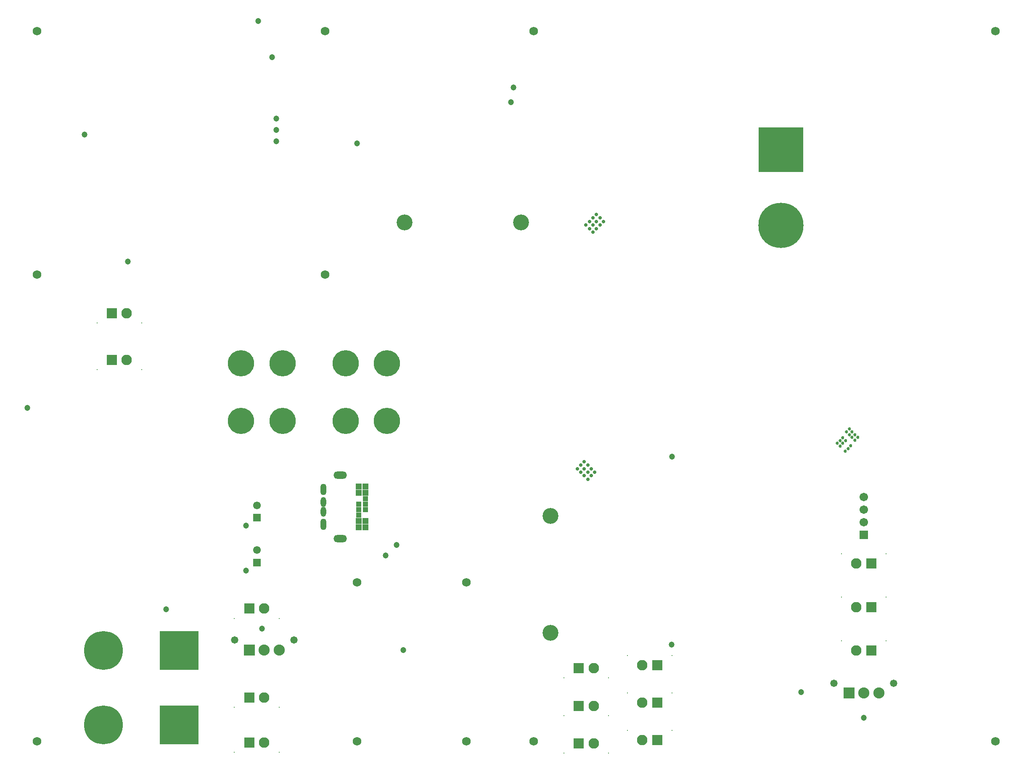
<source format=gbr>
G04*
G04 #@! TF.GenerationSoftware,Altium Limited,Altium Designer,22.4.2 (48)*
G04*
G04 Layer_Color=16711935*
%FSLAX25Y25*%
%MOIN*%
G70*
G04*
G04 #@! TF.SameCoordinates,ADF7678F-E04A-471E-9A80-21D1EAF96518*
G04*
G04*
G04 #@! TF.FilePolarity,Negative*
G04*
G01*
G75*
%ADD86C,0.04737*%
%ADD87C,0.12611*%
%ADD88C,0.02473*%
%ADD89R,0.30800X0.30800*%
%ADD90C,0.30800*%
%ADD91C,0.00800*%
%ADD92C,0.08300*%
%ADD93R,0.08300X0.08300*%
%ADD94C,0.35800*%
%ADD95R,0.35800X0.35800*%
%ADD96C,0.20800*%
%ADD97C,0.06800*%
%ADD98O,0.04934X0.09068*%
%ADD99R,0.04737X0.04737*%
%ADD100R,0.04147X0.04147*%
%ADD101O,0.04343X0.07887*%
%ADD102O,0.10642X0.05721*%
%ADD103C,0.05800*%
%ADD104C,0.08800*%
%ADD105R,0.08800X0.08800*%
%ADD106C,0.04724*%
%ADD107C,0.06102*%
%ADD108R,0.06102X0.06102*%
%ADD109R,0.06706X0.06706*%
%ADD110C,0.06706*%
%ADD111C,0.02769*%
D86*
X269685Y487795D02*
D03*
X205512Y489370D02*
D03*
Y507480D02*
D03*
Y498425D02*
D03*
X191339Y584646D02*
D03*
X202362Y555905D02*
D03*
X391732Y520472D02*
D03*
X393701Y531890D02*
D03*
X8268Y277953D02*
D03*
X118110Y118504D02*
D03*
X671260Y32283D02*
D03*
X300787Y169291D02*
D03*
X194095Y103150D02*
D03*
X292126Y161024D02*
D03*
X519291Y239370D02*
D03*
X518898Y90551D02*
D03*
X87795Y394094D02*
D03*
X53543Y494882D02*
D03*
X621654Y52756D02*
D03*
X306299Y86221D02*
D03*
D87*
X307087Y425197D02*
D03*
X399606D02*
D03*
X422835Y192323D02*
D03*
Y99803D02*
D03*
D88*
X656594Y243576D02*
D03*
X658821Y245803D02*
D03*
X661048Y248030D02*
D03*
X652418Y247752D02*
D03*
X650191Y249979D02*
D03*
X654645Y249979D02*
D03*
X652418Y252206D02*
D03*
X656872D02*
D03*
X654645Y254433D02*
D03*
X664291Y252387D02*
D03*
X662064Y254614D02*
D03*
X659837Y256841D02*
D03*
X657610Y259068D02*
D03*
X666518Y254614D02*
D03*
X664291Y256841D02*
D03*
X662064Y259068D02*
D03*
X659837Y261295D02*
D03*
D89*
X128425Y26772D02*
D03*
Y85827D02*
D03*
D90*
X68425Y26772D02*
D03*
Y85827D02*
D03*
D91*
X483880Y81853D02*
D03*
X519280D02*
D03*
Y52060D02*
D03*
X483880D02*
D03*
X433476Y34160D02*
D03*
X468876D02*
D03*
X98806Y345450D02*
D03*
X63406D02*
D03*
X172363Y4898D02*
D03*
X207763D02*
D03*
Y40804D02*
D03*
X172363D02*
D03*
X433476Y63954D02*
D03*
X468876D02*
D03*
Y4367D02*
D03*
X433476D02*
D03*
X653560Y127901D02*
D03*
X688960D02*
D03*
X653560Y162267D02*
D03*
X688960D02*
D03*
X653560Y93535D02*
D03*
X688960D02*
D03*
X63406Y308442D02*
D03*
X98806D02*
D03*
X519280Y22267D02*
D03*
X483880D02*
D03*
X172363Y111198D02*
D03*
X207763D02*
D03*
D92*
X495680Y74154D02*
D03*
Y44360D02*
D03*
X457076Y41860D02*
D03*
X87006Y353150D02*
D03*
X195963Y12598D02*
D03*
Y48504D02*
D03*
X457076Y71653D02*
D03*
X457076Y12067D02*
D03*
X665360Y120201D02*
D03*
Y154567D02*
D03*
Y85835D02*
D03*
X87006Y316142D02*
D03*
X495680Y14567D02*
D03*
X195963Y118898D02*
D03*
D93*
X507480Y74154D02*
D03*
Y44360D02*
D03*
X445276Y41860D02*
D03*
X75206Y353150D02*
D03*
X184163Y12598D02*
D03*
Y48504D02*
D03*
X445276Y71653D02*
D03*
X445276Y12067D02*
D03*
X677160Y120201D02*
D03*
Y154567D02*
D03*
Y85835D02*
D03*
X75206Y316142D02*
D03*
X507480Y14567D02*
D03*
X184163Y118898D02*
D03*
D94*
X605512Y422756D02*
D03*
D95*
Y482756D02*
D03*
D96*
X293233Y267717D02*
D03*
X260433D02*
D03*
X177633D02*
D03*
X210433D02*
D03*
Y313386D02*
D03*
X177633D02*
D03*
X260433D02*
D03*
X293233D02*
D03*
D97*
X269685Y139764D02*
D03*
Y13780D02*
D03*
X356299D02*
D03*
Y139764D02*
D03*
X409449Y576772D02*
D03*
X775591D02*
D03*
X15748D02*
D03*
Y383858D02*
D03*
Y13780D02*
D03*
X775591D02*
D03*
X409449D02*
D03*
X244094Y383858D02*
D03*
Y576772D02*
D03*
D98*
X242992Y213386D02*
D03*
Y185827D02*
D03*
D99*
X270866Y215748D02*
D03*
Y210827D02*
D03*
X276378Y215748D02*
D03*
Y210827D02*
D03*
Y188386D02*
D03*
Y183465D02*
D03*
X270866Y188386D02*
D03*
Y183465D02*
D03*
D100*
X276378Y206102D02*
D03*
Y201772D02*
D03*
Y197441D02*
D03*
X270866Y201772D02*
D03*
Y197441D02*
D03*
Y193110D02*
D03*
D101*
X242992Y203543D02*
D03*
X242992Y195669D02*
D03*
D102*
X256299Y224803D02*
D03*
Y174409D02*
D03*
D103*
X694882Y59842D02*
D03*
X647638D02*
D03*
X219685Y94095D02*
D03*
X172441D02*
D03*
D104*
X683071Y51968D02*
D03*
X671260D02*
D03*
X207874Y86221D02*
D03*
X196063D02*
D03*
D105*
X659449Y51968D02*
D03*
X184252Y86221D02*
D03*
D106*
X181496Y149213D02*
D03*
Y184646D02*
D03*
D107*
X190157Y165354D02*
D03*
Y200787D02*
D03*
D108*
Y155512D02*
D03*
Y190945D02*
D03*
D109*
X671260Y177402D02*
D03*
D110*
Y187402D02*
D03*
Y197402D02*
D03*
Y207402D02*
D03*
D111*
X453792Y420208D02*
D03*
X451009Y422992D02*
D03*
X456576Y417424D02*
D03*
X459360Y420208D02*
D03*
X462144Y422992D02*
D03*
X464928Y425775D02*
D03*
X459360Y431343D02*
D03*
X462144Y428559D02*
D03*
X456576Y428559D02*
D03*
X459360Y425775D02*
D03*
X453792D02*
D03*
X456576Y422992D02*
D03*
X455212Y224280D02*
D03*
X452428Y221496D02*
D03*
X457996Y227064D02*
D03*
X455212Y229848D02*
D03*
X452428Y232631D02*
D03*
X449644Y235415D02*
D03*
X444077Y229848D02*
D03*
X446861Y232631D02*
D03*
X446861Y227064D02*
D03*
X449645Y229848D02*
D03*
X449645Y224280D02*
D03*
X452428Y227064D02*
D03*
M02*

</source>
